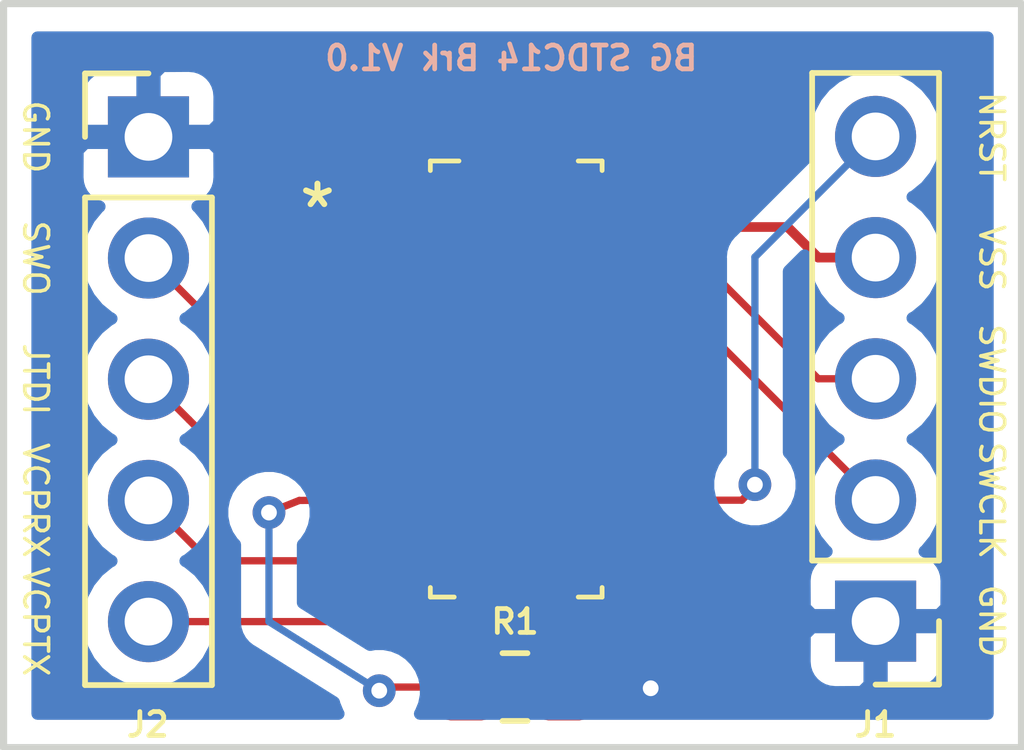
<source format=kicad_pcb>
(kicad_pcb (version 20171130) (host pcbnew "(5.1.4)-1")

  (general
    (thickness 1.6)
    (drawings 16)
    (tracks 45)
    (zones 0)
    (modules 4)
    (nets 11)
  )

  (page A4)
  (layers
    (0 F.Cu signal)
    (31 B.Cu signal)
    (32 B.Adhes user)
    (33 F.Adhes user)
    (34 B.Paste user)
    (35 F.Paste user)
    (36 B.SilkS user)
    (37 F.SilkS user)
    (38 B.Mask user)
    (39 F.Mask user)
    (40 Dwgs.User user)
    (41 Cmts.User user)
    (42 Eco1.User user hide)
    (43 Eco2.User user hide)
    (44 Edge.Cuts user)
    (45 Margin user hide)
    (46 B.CrtYd user)
    (47 F.CrtYd user)
    (48 B.Fab user hide)
    (49 F.Fab user hide)
  )

  (setup
    (last_trace_width 0.2032)
    (user_trace_width 0.2032)
    (user_trace_width 0.3048)
    (user_trace_width 0.4064)
    (user_trace_width 0.4572)
    (trace_clearance 0.1524)
    (zone_clearance 0.508)
    (zone_45_only no)
    (trace_min 0.1524)
    (via_size 0.6858)
    (via_drill 0.3302)
    (via_min_size 0.508)
    (via_min_drill 0.254)
    (uvia_size 0.6858)
    (uvia_drill 0.3302)
    (uvias_allowed no)
    (uvia_min_size 0.2)
    (uvia_min_drill 0.1)
    (edge_width 0.05)
    (segment_width 0.2)
    (pcb_text_width 0.3)
    (pcb_text_size 1.5 1.5)
    (mod_edge_width 0.1)
    (mod_text_size 0.5 0.5)
    (mod_text_width 0.1)
    (pad_size 1.524 1.524)
    (pad_drill 0.762)
    (pad_to_mask_clearance 0.0508)
    (solder_mask_min_width 0.101)
    (aux_axis_origin 0 0)
    (visible_elements 7FFFF7FF)
    (pcbplotparams
      (layerselection 0x010fc_ffffffff)
      (usegerberextensions false)
      (usegerberattributes false)
      (usegerberadvancedattributes false)
      (creategerberjobfile false)
      (excludeedgelayer true)
      (linewidth 0.100000)
      (plotframeref false)
      (viasonmask false)
      (mode 1)
      (useauxorigin false)
      (hpglpennumber 1)
      (hpglpenspeed 20)
      (hpglpendiameter 15.000000)
      (psnegative false)
      (psa4output false)
      (plotreference true)
      (plotvalue true)
      (plotinvisibletext false)
      (padsonsilk false)
      (subtractmaskfromsilk false)
      (outputformat 1)
      (mirror false)
      (drillshape 1)
      (scaleselection 1)
      (outputdirectory ""))
  )

  (net 0 "")
  (net 1 NRST)
  (net 2 VSS)
  (net 3 SWDIO)
  (net 4 SWCLK)
  (net 5 GND)
  (net 6 SWO)
  (net 7 JTDI)
  (net 8 VCP_RX)
  (net 9 VCP_TX)
  (net 10 "Net-(R1-Pad1)")

  (net_class Default "This is the default net class."
    (clearance 0.1524)
    (trace_width 0.1524)
    (via_dia 0.6858)
    (via_drill 0.3302)
    (uvia_dia 0.6858)
    (uvia_drill 0.3302)
    (diff_pair_width 0.1524)
    (diff_pair_gap 0.1524)
    (add_net GND)
    (add_net JTDI)
    (add_net NRST)
    (add_net "Net-(R1-Pad1)")
    (add_net SWCLK)
    (add_net SWDIO)
    (add_net SWO)
    (add_net VCP_RX)
    (add_net VCP_TX)
    (add_net VSS)
  )

  (module Connector_PinHeader_2.54mm:PinHeader_1x05_P2.54mm_Vertical (layer F.Cu) (tedit 59FED5CC) (tstamp 5E17359E)
    (at 161.1775 104.384 180)
    (descr "Through hole straight pin header, 1x05, 2.54mm pitch, single row")
    (tags "Through hole pin header THT 1x05 2.54mm single row")
    (path /5E1733EA)
    (fp_text reference J1 (at 0 -2.169 180) (layer F.SilkS)
      (effects (font (size 0.5 0.5) (thickness 0.1)))
    )
    (fp_text value Conn_01x05_Male (at 0 12.49) (layer F.Fab)
      (effects (font (size 1 1) (thickness 0.15)))
    )
    (fp_line (start -0.635 -1.27) (end 1.27 -1.27) (layer F.Fab) (width 0.1))
    (fp_line (start 1.27 -1.27) (end 1.27 11.43) (layer F.Fab) (width 0.1))
    (fp_line (start 1.27 11.43) (end -1.27 11.43) (layer F.Fab) (width 0.1))
    (fp_line (start -1.27 11.43) (end -1.27 -0.635) (layer F.Fab) (width 0.1))
    (fp_line (start -1.27 -0.635) (end -0.635 -1.27) (layer F.Fab) (width 0.1))
    (fp_line (start -1.33 11.49) (end 1.33 11.49) (layer F.SilkS) (width 0.12))
    (fp_line (start -1.33 1.27) (end -1.33 11.49) (layer F.SilkS) (width 0.12))
    (fp_line (start 1.33 1.27) (end 1.33 11.49) (layer F.SilkS) (width 0.12))
    (fp_line (start -1.33 1.27) (end 1.33 1.27) (layer F.SilkS) (width 0.12))
    (fp_line (start -1.33 0) (end -1.33 -1.33) (layer F.SilkS) (width 0.12))
    (fp_line (start -1.33 -1.33) (end 0 -1.33) (layer F.SilkS) (width 0.12))
    (fp_line (start -1.8 -1.8) (end -1.8 11.95) (layer F.CrtYd) (width 0.05))
    (fp_line (start -1.8 11.95) (end 1.8 11.95) (layer F.CrtYd) (width 0.05))
    (fp_line (start 1.8 11.95) (end 1.8 -1.8) (layer F.CrtYd) (width 0.05))
    (fp_line (start 1.8 -1.8) (end -1.8 -1.8) (layer F.CrtYd) (width 0.05))
    (fp_text user %R (at 0 5.08 90) (layer F.Fab)
      (effects (font (size 1 1) (thickness 0.15)))
    )
    (pad 1 thru_hole rect (at 0 0 180) (size 1.7 1.7) (drill 1) (layers *.Cu *.Mask)
      (net 5 GND))
    (pad 2 thru_hole oval (at 0 2.54 180) (size 1.7 1.7) (drill 1) (layers *.Cu *.Mask)
      (net 4 SWCLK))
    (pad 3 thru_hole oval (at 0 5.08 180) (size 1.7 1.7) (drill 1) (layers *.Cu *.Mask)
      (net 3 SWDIO))
    (pad 4 thru_hole oval (at 0 7.62 180) (size 1.7 1.7) (drill 1) (layers *.Cu *.Mask)
      (net 2 VSS))
    (pad 5 thru_hole oval (at 0 10.16 180) (size 1.7 1.7) (drill 1) (layers *.Cu *.Mask)
      (net 1 NRST))
    (model ${KISYS3DMOD}/Connector_PinHeader_2.54mm.3dshapes/PinHeader_1x05_P2.54mm_Vertical.wrl
      (at (xyz 0 0 0))
      (scale (xyz 1 1 1))
      (rotate (xyz 0 0 0))
    )
  )

  (module digikey-footprints:PinHeader_2x7_P1.27_SMD (layer F.Cu) (tedit 5E16B9AA) (tstamp 5E1735F2)
    (at 153.6455 99.309 270)
    (descr http://suddendocs.samtec.com/prints/ftsh-1xx-xx-xxx-dv-xxx-footprint.pdf)
    (path /5E16C2A7)
    (attr smd)
    (fp_text reference STDC14 (at -5.456 0) (layer F.SilkS) hide
      (effects (font (size 1 1) (thickness 0.15)))
    )
    (fp_text value FTSH-107-01-L-DV-K (at 0 4.39 90) (layer F.Fab)
      (effects (font (size 1 1) (thickness 0.15)))
    )
    (fp_line (start -4.445 -1.715) (end 4.445 -1.715) (layer F.Fab) (width 0.1))
    (fp_line (start 4.445 -1.715) (end 4.445 1.715) (layer F.Fab) (width 0.1))
    (fp_line (start -4.445 -1.715) (end -4.445 1.715) (layer F.Fab) (width 0.1))
    (fp_line (start -4.445 1.715) (end 4.445 1.715) (layer F.Fab) (width 0.1))
    (fp_line (start 4.57 -1.8) (end 4.57 -1.3) (layer F.SilkS) (width 0.1))
    (fp_line (start 4.37 -1.8) (end 4.57 -1.8) (layer F.SilkS) (width 0.1))
    (fp_line (start 4.57 1.8) (end 4.57 1.3) (layer F.SilkS) (width 0.1))
    (fp_line (start 4.37 1.8) (end 4.57 1.8) (layer F.SilkS) (width 0.1))
    (fp_line (start -4.57 1.8) (end -4.57 1.2) (layer F.SilkS) (width 0.1))
    (fp_line (start -4.37 1.8) (end -4.57 1.8) (layer F.SilkS) (width 0.1))
    (fp_line (start -4.37 -1.8) (end -4.57 -1.8) (layer F.SilkS) (width 0.1))
    (fp_line (start -4.57 -1.8) (end -4.57 -1.3) (layer F.SilkS) (width 0.1))
    (fp_line (start 4.7 -3.68) (end -4.7 -3.68) (layer F.CrtYd) (width 0.05))
    (fp_line (start 4.7 -3.68) (end 4.7 3.68) (layer F.CrtYd) (width 0.05))
    (fp_line (start -4.7 -3.68) (end -4.7 3.68) (layer F.CrtYd) (width 0.05))
    (fp_line (start 4.7 3.68) (end -4.7 3.68) (layer F.CrtYd) (width 0.05))
    (pad 14 smd rect (at 3.81 -2.035 270) (size 0.74 2.79) (layers F.Cu F.Paste F.Mask)
      (net 9 VCP_TX))
    (pad 11 smd rect (at 2.54 2.035 270) (size 0.74 2.79) (layers F.Cu F.Paste F.Mask)
      (net 10 "Net-(R1-Pad1)"))
    (pad 12 smd rect (at 2.54 -2.035 270) (size 0.74 2.79) (layers F.Cu F.Paste F.Mask)
      (net 1 NRST))
    (pad 13 smd rect (at 3.81 2.035 270) (size 0.74 2.79) (layers F.Cu F.Paste F.Mask)
      (net 8 VCP_RX))
    (pad 10 smd rect (at 1.27 -2.035 270) (size 0.74 2.79) (layers F.Cu F.Paste F.Mask)
      (net 7 JTDI))
    (pad 9 smd rect (at 1.27 2.035 270) (size 0.74 2.79) (layers F.Cu F.Paste F.Mask))
    (pad 8 smd rect (at 0 -2.035 270) (size 0.74 2.79) (layers F.Cu F.Paste F.Mask)
      (net 6 SWO))
    (pad 7 smd rect (at 0 2.035 270) (size 0.74 2.79) (layers F.Cu F.Paste F.Mask)
      (net 5 GND))
    (pad 6 smd rect (at -1.27 -2.035 270) (size 0.74 2.79) (layers F.Cu F.Paste F.Mask)
      (net 4 SWCLK))
    (pad 5 smd rect (at -1.27 2.035 270) (size 0.74 2.79) (layers F.Cu F.Paste F.Mask)
      (net 5 GND))
    (pad 4 smd rect (at -2.54 -2.035 270) (size 0.74 2.79) (layers F.Cu F.Paste F.Mask)
      (net 3 SWDIO))
    (pad 3 smd rect (at -2.54 2.035 270) (size 0.74 2.79) (layers F.Cu F.Paste F.Mask)
      (net 2 VSS))
    (pad 2 smd rect (at -3.81 -2.035 270) (size 0.74 2.79) (layers F.Cu F.Paste F.Mask))
    (pad 1 smd rect (at -3.81 2.035 270) (size 0.74 2.79) (layers F.Cu F.Paste F.Mask))
  )

  (module Connector_PinHeader_2.54mm:PinHeader_1x05_P2.54mm_Vertical (layer F.Cu) (tedit 59FED5CC) (tstamp 5E1730F8)
    (at 145.9375 94.234)
    (descr "Through hole straight pin header, 1x05, 2.54mm pitch, single row")
    (tags "Through hole pin header THT 1x05 2.54mm single row")
    (path /5E174063)
    (fp_text reference J2 (at -0.0145 12.319) (layer F.SilkS)
      (effects (font (size 0.5 0.5) (thickness 0.1)))
    )
    (fp_text value Conn_01x05_Male (at 0 12.49) (layer F.Fab)
      (effects (font (size 1 1) (thickness 0.15)))
    )
    (fp_line (start -0.635 -1.27) (end 1.27 -1.27) (layer F.Fab) (width 0.1))
    (fp_line (start 1.27 -1.27) (end 1.27 11.43) (layer F.Fab) (width 0.1))
    (fp_line (start 1.27 11.43) (end -1.27 11.43) (layer F.Fab) (width 0.1))
    (fp_line (start -1.27 11.43) (end -1.27 -0.635) (layer F.Fab) (width 0.1))
    (fp_line (start -1.27 -0.635) (end -0.635 -1.27) (layer F.Fab) (width 0.1))
    (fp_line (start -1.33 11.49) (end 1.33 11.49) (layer F.SilkS) (width 0.12))
    (fp_line (start -1.33 1.27) (end -1.33 11.49) (layer F.SilkS) (width 0.12))
    (fp_line (start 1.33 1.27) (end 1.33 11.49) (layer F.SilkS) (width 0.12))
    (fp_line (start -1.33 1.27) (end 1.33 1.27) (layer F.SilkS) (width 0.12))
    (fp_line (start -1.33 0) (end -1.33 -1.33) (layer F.SilkS) (width 0.12))
    (fp_line (start -1.33 -1.33) (end 0 -1.33) (layer F.SilkS) (width 0.12))
    (fp_line (start -1.8 -1.8) (end -1.8 11.95) (layer F.CrtYd) (width 0.05))
    (fp_line (start -1.8 11.95) (end 1.8 11.95) (layer F.CrtYd) (width 0.05))
    (fp_line (start 1.8 11.95) (end 1.8 -1.8) (layer F.CrtYd) (width 0.05))
    (fp_line (start 1.8 -1.8) (end -1.8 -1.8) (layer F.CrtYd) (width 0.05))
    (fp_text user %R (at 0 5.08 90) (layer F.Fab)
      (effects (font (size 1 1) (thickness 0.15)))
    )
    (pad 1 thru_hole rect (at 0 0) (size 1.7 1.7) (drill 1) (layers *.Cu *.Mask)
      (net 5 GND))
    (pad 2 thru_hole oval (at 0 2.54) (size 1.7 1.7) (drill 1) (layers *.Cu *.Mask)
      (net 6 SWO))
    (pad 3 thru_hole oval (at 0 5.08) (size 1.7 1.7) (drill 1) (layers *.Cu *.Mask)
      (net 7 JTDI))
    (pad 4 thru_hole oval (at 0 7.62) (size 1.7 1.7) (drill 1) (layers *.Cu *.Mask)
      (net 8 VCP_RX))
    (pad 5 thru_hole oval (at 0 10.16) (size 1.7 1.7) (drill 1) (layers *.Cu *.Mask)
      (net 9 VCP_TX))
    (model ${KISYS3DMOD}/Connector_PinHeader_2.54mm.3dshapes/PinHeader_1x05_P2.54mm_Vertical.wrl
      (at (xyz 0 0 0))
      (scale (xyz 1 1 1))
      (rotate (xyz 0 0 0))
    )
  )

  (module Resistor_SMD:R_0805_2012Metric_Pad1.15x1.40mm_HandSolder (layer F.Cu) (tedit 5B36C52B) (tstamp 5E173109)
    (at 153.6192 105.7656)
    (descr "Resistor SMD 0805 (2012 Metric), square (rectangular) end terminal, IPC_7351 nominal with elongated pad for handsoldering. (Body size source: https://docs.google.com/spreadsheets/d/1BsfQQcO9C6DZCsRaXUlFlo91Tg2WpOkGARC1WS5S8t0/edit?usp=sharing), generated with kicad-footprint-generator")
    (tags "resistor handsolder")
    (path /5E16E65D)
    (attr smd)
    (fp_text reference R1 (at 0 -1.3716) (layer F.SilkS)
      (effects (font (size 0.5 0.5) (thickness 0.1)))
    )
    (fp_text value 100 (at -0.0889 -1.9812) (layer F.Fab)
      (effects (font (size 1 1) (thickness 0.15)))
    )
    (fp_line (start -1 0.6) (end -1 -0.6) (layer F.Fab) (width 0.1))
    (fp_line (start -1 -0.6) (end 1 -0.6) (layer F.Fab) (width 0.1))
    (fp_line (start 1 -0.6) (end 1 0.6) (layer F.Fab) (width 0.1))
    (fp_line (start 1 0.6) (end -1 0.6) (layer F.Fab) (width 0.1))
    (fp_line (start -0.261252 -0.71) (end 0.261252 -0.71) (layer F.SilkS) (width 0.12))
    (fp_line (start -0.261252 0.71) (end 0.261252 0.71) (layer F.SilkS) (width 0.12))
    (fp_line (start -1.85 0.95) (end -1.85 -0.95) (layer F.CrtYd) (width 0.05))
    (fp_line (start -1.85 -0.95) (end 1.85 -0.95) (layer F.CrtYd) (width 0.05))
    (fp_line (start 1.85 -0.95) (end 1.85 0.95) (layer F.CrtYd) (width 0.05))
    (fp_line (start 1.85 0.95) (end -1.85 0.95) (layer F.CrtYd) (width 0.05))
    (fp_text user %R (at 0.127 -1.27) (layer F.Fab)
      (effects (font (size 0.5 0.5) (thickness 0.08)))
    )
    (pad 1 smd roundrect (at -1.025 0) (size 1.15 1.4) (layers F.Cu F.Paste F.Mask) (roundrect_rratio 0.217391)
      (net 10 "Net-(R1-Pad1)"))
    (pad 2 smd roundrect (at 1.025 0) (size 1.15 1.4) (layers F.Cu F.Paste F.Mask) (roundrect_rratio 0.217391)
      (net 5 GND))
    (model ${KISYS3DMOD}/Resistor_SMD.3dshapes/R_0805_2012Metric.wrl
      (at (xyz 0 0 0))
      (scale (xyz 1 1 1))
      (rotate (xyz 0 0 0))
    )
  )

  (gr_text "BG STDC14 Brk V1.0" (at 153.543 92.583) (layer B.SilkS)
    (effects (font (size 0.5 0.5) (thickness 0.1)) (justify mirror))
  )
  (gr_text SWDIO (at 163.61125 99.314 270) (layer F.SilkS) (tstamp 5E19610C)
    (effects (font (size 0.5 0.5) (thickness 0.075)))
  )
  (gr_text GND (at 163.61125 104.384 270) (layer F.SilkS) (tstamp 5E196109)
    (effects (font (size 0.5 0.5) (thickness 0.075)))
  )
  (gr_text SWCLK (at 163.61125 101.854 270) (layer F.SilkS) (tstamp 5E196106)
    (effects (font (size 0.5 0.5) (thickness 0.075)))
  )
  (gr_text VSS (at 163.61125 96.774 270) (layer F.SilkS) (tstamp 5E196103)
    (effects (font (size 0.5 0.5) (thickness 0.075)))
  )
  (gr_text NRST (at 163.61125 94.234 270) (layer F.SilkS) (tstamp 5E196100)
    (effects (font (size 0.5 0.5) (thickness 0.075)))
  )
  (gr_text VCPTX (at 143.57125 104.394 270) (layer F.SilkS) (tstamp 5E195FA1)
    (effects (font (size 0.5 0.5) (thickness 0.075)))
  )
  (gr_text VCPRX (at 143.57125 101.854 270) (layer F.SilkS) (tstamp 5E195F9F)
    (effects (font (size 0.5 0.5) (thickness 0.075)))
  )
  (gr_text JTDI (at 143.57125 99.314 270) (layer F.SilkS) (tstamp 5E195F9D)
    (effects (font (size 0.5 0.5) (thickness 0.075)))
  )
  (gr_text SWO (at 143.57125 96.774 270) (layer F.SilkS) (tstamp 5E195F9B)
    (effects (font (size 0.5 0.5) (thickness 0.075)))
  )
  (gr_text "GND\n" (at 143.57125 94.234 270) (layer F.SilkS)
    (effects (font (size 0.5 0.5) (thickness 0.075)))
  )
  (gr_text * (at 149.479 95.758) (layer F.SilkS)
    (effects (font (size 1 1) (thickness 0.125)))
  )
  (gr_line (start 142.9004 107.0356) (end 142.9004 91.44) (layer Edge.Cuts) (width 0.15))
  (gr_line (start 164.2364 107.0356) (end 142.9004 107.0356) (layer Edge.Cuts) (width 0.15) (tstamp 5E195409))
  (gr_line (start 164.2364 91.44) (end 164.2364 107.0356) (layer Edge.Cuts) (width 0.15))
  (gr_line (start 142.9004 91.44) (end 164.2364 91.44) (layer Edge.Cuts) (width 0.15))

  (segment (start 155.6805 101.849) (end 158.374 101.849) (width 0.1524) (layer F.Cu) (net 1))
  (via (at 158.6484 101.5238) (size 0.6858) (drill 0.3302) (layers F.Cu B.Cu) (net 1))
  (segment (start 158.374 101.849) (end 158.6484 101.5746) (width 0.1524) (layer F.Cu) (net 1))
  (segment (start 158.6484 101.5746) (end 158.6484 101.5238) (width 0.1524) (layer F.Cu) (net 1))
  (segment (start 158.6484 96.7531) (end 158.6484 101.5238) (width 0.1524) (layer B.Cu) (net 1))
  (segment (start 161.1775 94.224) (end 158.6484 96.7531) (width 0.1524) (layer B.Cu) (net 1))
  (segment (start 159.975419 96.764) (end 161.1775 96.764) (width 0.2032) (layer F.Cu) (net 2))
  (segment (start 159.33442 96.123001) (end 159.975419 96.764) (width 0.2032) (layer F.Cu) (net 2))
  (segment (start 153.854699 96.123001) (end 159.33442 96.123001) (width 0.2032) (layer F.Cu) (net 2))
  (segment (start 153.2087 96.769) (end 153.854699 96.123001) (width 0.2032) (layer F.Cu) (net 2))
  (segment (start 151.6105 96.769) (end 153.2087 96.769) (width 0.2032) (layer F.Cu) (net 2))
  (segment (start 157.2279 96.769) (end 155.6805 96.769) (width 0.1524) (layer F.Cu) (net 3) (status 20))
  (segment (start 157.440419 96.769) (end 157.2279 96.769) (width 0.1524) (layer F.Cu) (net 3))
  (segment (start 159.975419 99.304) (end 157.440419 96.769) (width 0.1524) (layer F.Cu) (net 3))
  (segment (start 161.1775 99.304) (end 159.975419 99.304) (width 0.1524) (layer F.Cu) (net 3) (status 10))
  (segment (start 157.3725 98.039) (end 161.1775 101.844) (width 0.1524) (layer F.Cu) (net 4) (status 20))
  (segment (start 155.6805 98.039) (end 157.3725 98.039) (width 0.1524) (layer F.Cu) (net 4) (status 10))
  (via (at 156.464 105.791) (size 0.6858) (drill 0.3302) (layers F.Cu B.Cu) (net 5))
  (segment (start 154.6442 105.7656) (end 156.4386 105.7656) (width 0.1524) (layer F.Cu) (net 5))
  (segment (start 156.4386 105.7656) (end 156.464 105.791) (width 0.1524) (layer F.Cu) (net 5))
  (segment (start 154.1331 99.309) (end 155.6805 99.309) (width 0.1524) (layer F.Cu) (net 6))
  (segment (start 153.534499 98.710399) (end 154.1331 99.309) (width 0.1524) (layer F.Cu) (net 6))
  (segment (start 147.873899 98.710399) (end 153.534499 98.710399) (width 0.1524) (layer F.Cu) (net 6))
  (segment (start 145.9375 96.774) (end 147.873899 98.710399) (width 0.1524) (layer F.Cu) (net 6))
  (segment (start 146.787499 100.163999) (end 145.9375 99.314) (width 0.1524) (layer F.Cu) (net 7) (status 20))
  (segment (start 147.801101 101.177601) (end 146.787499 100.163999) (width 0.1524) (layer F.Cu) (net 7))
  (segment (start 153.534499 101.177601) (end 147.801101 101.177601) (width 0.1524) (layer F.Cu) (net 7))
  (segment (start 154.1331 100.579) (end 153.534499 101.177601) (width 0.1524) (layer F.Cu) (net 7))
  (segment (start 155.6805 100.579) (end 154.1331 100.579) (width 0.1524) (layer F.Cu) (net 7) (status 10))
  (segment (start 147.2025 103.119) (end 145.9375 101.854) (width 0.1524) (layer F.Cu) (net 8))
  (segment (start 151.6105 103.119) (end 147.2025 103.119) (width 0.1524) (layer F.Cu) (net 8))
  (segment (start 147.139581 104.394) (end 145.9375 104.394) (width 0.1524) (layer F.Cu) (net 9))
  (segment (start 153.3805 104.394) (end 147.139581 104.394) (width 0.1524) (layer F.Cu) (net 9))
  (segment (start 154.6555 103.119) (end 153.3805 104.394) (width 0.1524) (layer F.Cu) (net 9))
  (segment (start 155.6805 103.119) (end 154.6555 103.119) (width 0.1524) (layer F.Cu) (net 9))
  (segment (start 151.6105 101.849) (end 152.6355 101.849) (width 0.1524) (layer F.Cu) (net 10) (status 30))
  (via (at 150.7744 105.8418) (size 0.6858) (drill 0.3302) (layers F.Cu B.Cu) (net 10))
  (segment (start 150.8506 105.7656) (end 150.7744 105.8418) (width 0.1524) (layer F.Cu) (net 10))
  (segment (start 152.5942 105.7656) (end 150.8506 105.7656) (width 0.1524) (layer F.Cu) (net 10))
  (via (at 148.463 102.108) (size 0.6858) (drill 0.3302) (layers F.Cu B.Cu) (net 10))
  (segment (start 150.5855 101.849) (end 151.6105 101.849) (width 0.1524) (layer F.Cu) (net 10))
  (segment (start 148.463 102.108) (end 149.098 101.854) (width 0.1524) (layer F.Cu) (net 10))
  (segment (start 149.098 101.854) (end 150.5855 101.849) (width 0.1524) (layer F.Cu) (net 10))
  (segment (start 148.463 104.394) (end 150.7744 105.8418) (width 0.1524) (layer B.Cu) (net 10))
  (segment (start 148.463 102.108) (end 148.463 104.394) (width 0.1524) (layer B.Cu) (net 10))

  (zone (net 5) (net_name GND) (layer B.Cu) (tstamp 0) (hatch edge 0.508)
    (connect_pads (clearance 0.508))
    (min_thickness 0.254)
    (fill yes (arc_segments 32) (thermal_gap 0.508) (thermal_bridge_width 0.508))
    (polygon
      (pts
        (xy 143.256 91.821) (xy 163.83 91.821) (xy 163.83 106.68) (xy 143.256 106.553)
      )
    )
    (filled_polygon
      (pts
        (xy 163.526401 106.3256) (xy 151.627246 106.3256) (xy 151.641004 106.30501) (xy 151.71472 106.127043) (xy 151.7523 105.938115)
        (xy 151.7523 105.745485) (xy 151.71472 105.556557) (xy 151.641004 105.37859) (xy 151.544392 105.234) (xy 159.689428 105.234)
        (xy 159.701688 105.358482) (xy 159.737998 105.47818) (xy 159.796963 105.588494) (xy 159.876315 105.685185) (xy 159.973006 105.764537)
        (xy 160.08332 105.823502) (xy 160.203018 105.859812) (xy 160.3275 105.872072) (xy 160.89175 105.869) (xy 161.0505 105.71025)
        (xy 161.0505 104.511) (xy 161.3045 104.511) (xy 161.3045 105.71025) (xy 161.46325 105.869) (xy 162.0275 105.872072)
        (xy 162.151982 105.859812) (xy 162.27168 105.823502) (xy 162.381994 105.764537) (xy 162.478685 105.685185) (xy 162.558037 105.588494)
        (xy 162.617002 105.47818) (xy 162.653312 105.358482) (xy 162.665572 105.234) (xy 162.6625 104.66975) (xy 162.50375 104.511)
        (xy 161.3045 104.511) (xy 161.0505 104.511) (xy 159.85125 104.511) (xy 159.6925 104.66975) (xy 159.689428 105.234)
        (xy 151.544392 105.234) (xy 151.533985 105.218425) (xy 151.397775 105.082215) (xy 151.23761 104.975196) (xy 151.059643 104.90148)
        (xy 150.870715 104.8639) (xy 150.678085 104.8639) (xy 150.583122 104.882789) (xy 149.1742 104.000278) (xy 149.1742 102.77976)
        (xy 149.222585 102.731375) (xy 149.329604 102.57121) (xy 149.40332 102.393243) (xy 149.4409 102.204315) (xy 149.4409 102.011685)
        (xy 149.40332 101.822757) (xy 149.329604 101.64479) (xy 149.222585 101.484625) (xy 149.165445 101.427485) (xy 157.6705 101.427485)
        (xy 157.6705 101.620115) (xy 157.70808 101.809043) (xy 157.781796 101.98701) (xy 157.888815 102.147175) (xy 158.025025 102.283385)
        (xy 158.18519 102.390404) (xy 158.363157 102.46412) (xy 158.552085 102.5017) (xy 158.744715 102.5017) (xy 158.933643 102.46412)
        (xy 159.11161 102.390404) (xy 159.271775 102.283385) (xy 159.407985 102.147175) (xy 159.515004 101.98701) (xy 159.58872 101.809043)
        (xy 159.6263 101.620115) (xy 159.6263 101.427485) (xy 159.58872 101.238557) (xy 159.515004 101.06059) (xy 159.407985 100.900425)
        (xy 159.3596 100.85204) (xy 159.3596 97.047687) (xy 159.689907 96.717381) (xy 159.685315 96.764) (xy 159.713987 97.055111)
        (xy 159.798901 97.335034) (xy 159.936794 97.593014) (xy 160.122366 97.819134) (xy 160.348486 98.004706) (xy 160.403291 98.034)
        (xy 160.348486 98.063294) (xy 160.122366 98.248866) (xy 159.936794 98.474986) (xy 159.798901 98.732966) (xy 159.713987 99.012889)
        (xy 159.685315 99.304) (xy 159.713987 99.595111) (xy 159.798901 99.875034) (xy 159.936794 100.133014) (xy 160.122366 100.359134)
        (xy 160.348486 100.544706) (xy 160.403291 100.574) (xy 160.348486 100.603294) (xy 160.122366 100.788866) (xy 159.936794 101.014986)
        (xy 159.798901 101.272966) (xy 159.713987 101.552889) (xy 159.685315 101.844) (xy 159.713987 102.135111) (xy 159.798901 102.415034)
        (xy 159.936794 102.673014) (xy 160.122366 102.899134) (xy 160.152187 102.923607) (xy 160.08332 102.944498) (xy 159.973006 103.003463)
        (xy 159.876315 103.082815) (xy 159.796963 103.179506) (xy 159.737998 103.28982) (xy 159.701688 103.409518) (xy 159.689428 103.534)
        (xy 159.6925 104.09825) (xy 159.85125 104.257) (xy 161.0505 104.257) (xy 161.0505 104.237) (xy 161.3045 104.237)
        (xy 161.3045 104.257) (xy 162.50375 104.257) (xy 162.6625 104.09825) (xy 162.665572 103.534) (xy 162.653312 103.409518)
        (xy 162.617002 103.28982) (xy 162.558037 103.179506) (xy 162.478685 103.082815) (xy 162.381994 103.003463) (xy 162.27168 102.944498)
        (xy 162.202813 102.923607) (xy 162.232634 102.899134) (xy 162.418206 102.673014) (xy 162.556099 102.415034) (xy 162.641013 102.135111)
        (xy 162.669685 101.844) (xy 162.641013 101.552889) (xy 162.556099 101.272966) (xy 162.418206 101.014986) (xy 162.232634 100.788866)
        (xy 162.006514 100.603294) (xy 161.951709 100.574) (xy 162.006514 100.544706) (xy 162.232634 100.359134) (xy 162.418206 100.133014)
        (xy 162.556099 99.875034) (xy 162.641013 99.595111) (xy 162.669685 99.304) (xy 162.641013 99.012889) (xy 162.556099 98.732966)
        (xy 162.418206 98.474986) (xy 162.232634 98.248866) (xy 162.006514 98.063294) (xy 161.951709 98.034) (xy 162.006514 98.004706)
        (xy 162.232634 97.819134) (xy 162.418206 97.593014) (xy 162.556099 97.335034) (xy 162.641013 97.055111) (xy 162.669685 96.764)
        (xy 162.641013 96.472889) (xy 162.556099 96.192966) (xy 162.418206 95.934986) (xy 162.232634 95.708866) (xy 162.006514 95.523294)
        (xy 161.951709 95.494) (xy 162.006514 95.464706) (xy 162.232634 95.279134) (xy 162.418206 95.053014) (xy 162.556099 94.795034)
        (xy 162.641013 94.515111) (xy 162.669685 94.224) (xy 162.641013 93.932889) (xy 162.556099 93.652966) (xy 162.418206 93.394986)
        (xy 162.232634 93.168866) (xy 162.006514 92.983294) (xy 161.748534 92.845401) (xy 161.468611 92.760487) (xy 161.25045 92.739)
        (xy 161.10455 92.739) (xy 160.886389 92.760487) (xy 160.606466 92.845401) (xy 160.348486 92.983294) (xy 160.122366 93.168866)
        (xy 159.936794 93.394986) (xy 159.798901 93.652966) (xy 159.713987 93.932889) (xy 159.685315 94.224) (xy 159.713987 94.515111)
        (xy 159.752766 94.642946) (xy 158.17021 96.225503) (xy 158.143073 96.247774) (xy 158.054198 96.356068) (xy 157.988158 96.47962)
        (xy 157.947491 96.613681) (xy 157.9372 96.718165) (xy 157.9372 96.718174) (xy 157.93376 96.7531) (xy 157.9372 96.788026)
        (xy 157.937201 100.852039) (xy 157.888815 100.900425) (xy 157.781796 101.06059) (xy 157.70808 101.238557) (xy 157.6705 101.427485)
        (xy 149.165445 101.427485) (xy 149.086375 101.348415) (xy 148.92621 101.241396) (xy 148.748243 101.16768) (xy 148.559315 101.1301)
        (xy 148.366685 101.1301) (xy 148.177757 101.16768) (xy 147.99979 101.241396) (xy 147.839625 101.348415) (xy 147.703415 101.484625)
        (xy 147.596396 101.64479) (xy 147.52268 101.822757) (xy 147.4851 102.011685) (xy 147.4851 102.204315) (xy 147.52268 102.393243)
        (xy 147.596396 102.57121) (xy 147.703415 102.731375) (xy 147.7518 102.77976) (xy 147.751801 104.369559) (xy 147.74867 104.415051)
        (xy 147.756253 104.474141) (xy 147.762092 104.53342) (xy 147.765158 104.543528) (xy 147.766503 104.554006) (xy 147.785469 104.610482)
        (xy 147.802759 104.667481) (xy 147.807738 104.676795) (xy 147.811101 104.686811) (xy 147.840722 104.738506) (xy 147.868799 104.791033)
        (xy 147.8755 104.799198) (xy 147.880752 104.808364) (xy 147.91989 104.853287) (xy 147.957674 104.899327) (xy 147.965838 104.906027)
        (xy 147.972778 104.913993) (xy 148.019921 104.950412) (xy 148.065968 104.988202) (xy 148.106186 105.009699) (xy 149.826119 106.087021)
        (xy 149.83408 106.127043) (xy 149.907796 106.30501) (xy 149.921554 106.3256) (xy 143.6104 106.3256) (xy 143.6104 96.774)
        (xy 144.445315 96.774) (xy 144.473987 97.065111) (xy 144.558901 97.345034) (xy 144.696794 97.603014) (xy 144.882366 97.829134)
        (xy 145.108486 98.014706) (xy 145.163291 98.044) (xy 145.108486 98.073294) (xy 144.882366 98.258866) (xy 144.696794 98.484986)
        (xy 144.558901 98.742966) (xy 144.473987 99.022889) (xy 144.445315 99.314) (xy 144.473987 99.605111) (xy 144.558901 99.885034)
        (xy 144.696794 100.143014) (xy 144.882366 100.369134) (xy 145.108486 100.554706) (xy 145.163291 100.584) (xy 145.108486 100.613294)
        (xy 144.882366 100.798866) (xy 144.696794 101.024986) (xy 144.558901 101.282966) (xy 144.473987 101.562889) (xy 144.445315 101.854)
        (xy 144.473987 102.145111) (xy 144.558901 102.425034) (xy 144.696794 102.683014) (xy 144.882366 102.909134) (xy 145.108486 103.094706)
        (xy 145.163291 103.124) (xy 145.108486 103.153294) (xy 144.882366 103.338866) (xy 144.696794 103.564986) (xy 144.558901 103.822966)
        (xy 144.473987 104.102889) (xy 144.445315 104.394) (xy 144.473987 104.685111) (xy 144.558901 104.965034) (xy 144.696794 105.223014)
        (xy 144.882366 105.449134) (xy 145.108486 105.634706) (xy 145.366466 105.772599) (xy 145.646389 105.857513) (xy 145.86455 105.879)
        (xy 146.01045 105.879) (xy 146.228611 105.857513) (xy 146.508534 105.772599) (xy 146.766514 105.634706) (xy 146.992634 105.449134)
        (xy 147.178206 105.223014) (xy 147.316099 104.965034) (xy 147.401013 104.685111) (xy 147.429685 104.394) (xy 147.401013 104.102889)
        (xy 147.316099 103.822966) (xy 147.178206 103.564986) (xy 146.992634 103.338866) (xy 146.766514 103.153294) (xy 146.711709 103.124)
        (xy 146.766514 103.094706) (xy 146.992634 102.909134) (xy 147.178206 102.683014) (xy 147.316099 102.425034) (xy 147.401013 102.145111)
        (xy 147.429685 101.854) (xy 147.401013 101.562889) (xy 147.316099 101.282966) (xy 147.178206 101.024986) (xy 146.992634 100.798866)
        (xy 146.766514 100.613294) (xy 146.711709 100.584) (xy 146.766514 100.554706) (xy 146.992634 100.369134) (xy 147.178206 100.143014)
        (xy 147.316099 99.885034) (xy 147.401013 99.605111) (xy 147.429685 99.314) (xy 147.401013 99.022889) (xy 147.316099 98.742966)
        (xy 147.178206 98.484986) (xy 146.992634 98.258866) (xy 146.766514 98.073294) (xy 146.711709 98.044) (xy 146.766514 98.014706)
        (xy 146.992634 97.829134) (xy 147.178206 97.603014) (xy 147.316099 97.345034) (xy 147.401013 97.065111) (xy 147.429685 96.774)
        (xy 147.401013 96.482889) (xy 147.316099 96.202966) (xy 147.178206 95.944986) (xy 146.992634 95.718866) (xy 146.962813 95.694393)
        (xy 147.03168 95.673502) (xy 147.141994 95.614537) (xy 147.238685 95.535185) (xy 147.318037 95.438494) (xy 147.377002 95.32818)
        (xy 147.413312 95.208482) (xy 147.425572 95.084) (xy 147.4225 94.51975) (xy 147.26375 94.361) (xy 146.0645 94.361)
        (xy 146.0645 94.381) (xy 145.8105 94.381) (xy 145.8105 94.361) (xy 144.61125 94.361) (xy 144.4525 94.51975)
        (xy 144.449428 95.084) (xy 144.461688 95.208482) (xy 144.497998 95.32818) (xy 144.556963 95.438494) (xy 144.636315 95.535185)
        (xy 144.733006 95.614537) (xy 144.84332 95.673502) (xy 144.912187 95.694393) (xy 144.882366 95.718866) (xy 144.696794 95.944986)
        (xy 144.558901 96.202966) (xy 144.473987 96.482889) (xy 144.445315 96.774) (xy 143.6104 96.774) (xy 143.6104 93.384)
        (xy 144.449428 93.384) (xy 144.4525 93.94825) (xy 144.61125 94.107) (xy 145.8105 94.107) (xy 145.8105 92.90775)
        (xy 146.0645 92.90775) (xy 146.0645 94.107) (xy 147.26375 94.107) (xy 147.4225 93.94825) (xy 147.425572 93.384)
        (xy 147.413312 93.259518) (xy 147.377002 93.13982) (xy 147.318037 93.029506) (xy 147.238685 92.932815) (xy 147.141994 92.853463)
        (xy 147.03168 92.794498) (xy 146.911982 92.758188) (xy 146.7875 92.745928) (xy 146.22325 92.749) (xy 146.0645 92.90775)
        (xy 145.8105 92.90775) (xy 145.65175 92.749) (xy 145.0875 92.745928) (xy 144.963018 92.758188) (xy 144.84332 92.794498)
        (xy 144.733006 92.853463) (xy 144.636315 92.932815) (xy 144.556963 93.029506) (xy 144.497998 93.13982) (xy 144.461688 93.259518)
        (xy 144.449428 93.384) (xy 143.6104 93.384) (xy 143.6104 92.15) (xy 163.5264 92.15)
      )
    )
  )
)

</source>
